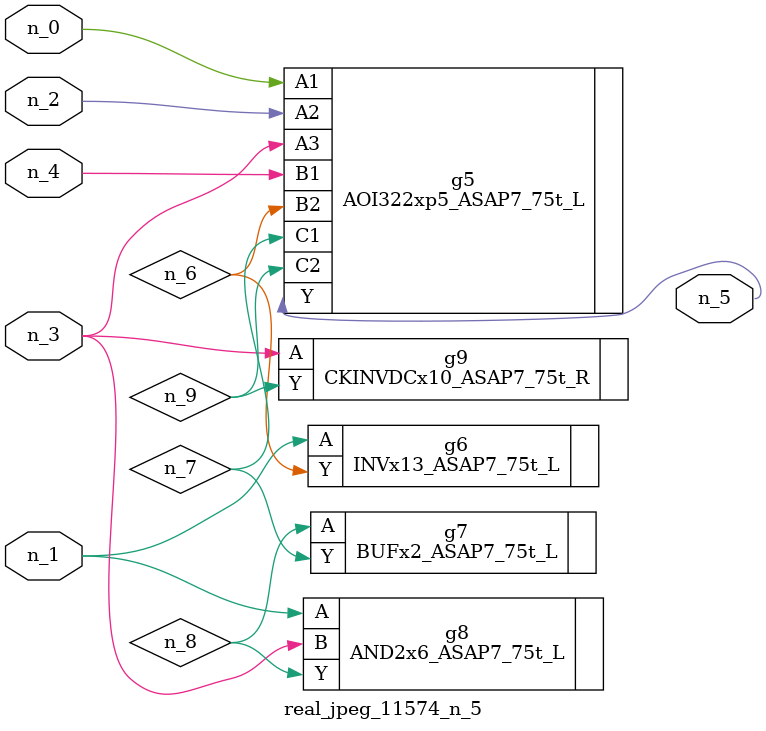
<source format=v>
module real_jpeg_11574_n_5 (n_4, n_0, n_1, n_2, n_3, n_5);

input n_4;
input n_0;
input n_1;
input n_2;
input n_3;

output n_5;

wire n_8;
wire n_6;
wire n_7;
wire n_9;

AOI322xp5_ASAP7_75t_L g5 ( 
.A1(n_0),
.A2(n_2),
.A3(n_3),
.B1(n_4),
.B2(n_6),
.C1(n_7),
.C2(n_9),
.Y(n_5)
);

INVx13_ASAP7_75t_L g6 ( 
.A(n_1),
.Y(n_6)
);

AND2x6_ASAP7_75t_L g8 ( 
.A(n_1),
.B(n_3),
.Y(n_8)
);

CKINVDCx10_ASAP7_75t_R g9 ( 
.A(n_3),
.Y(n_9)
);

BUFx2_ASAP7_75t_L g7 ( 
.A(n_8),
.Y(n_7)
);


endmodule
</source>
